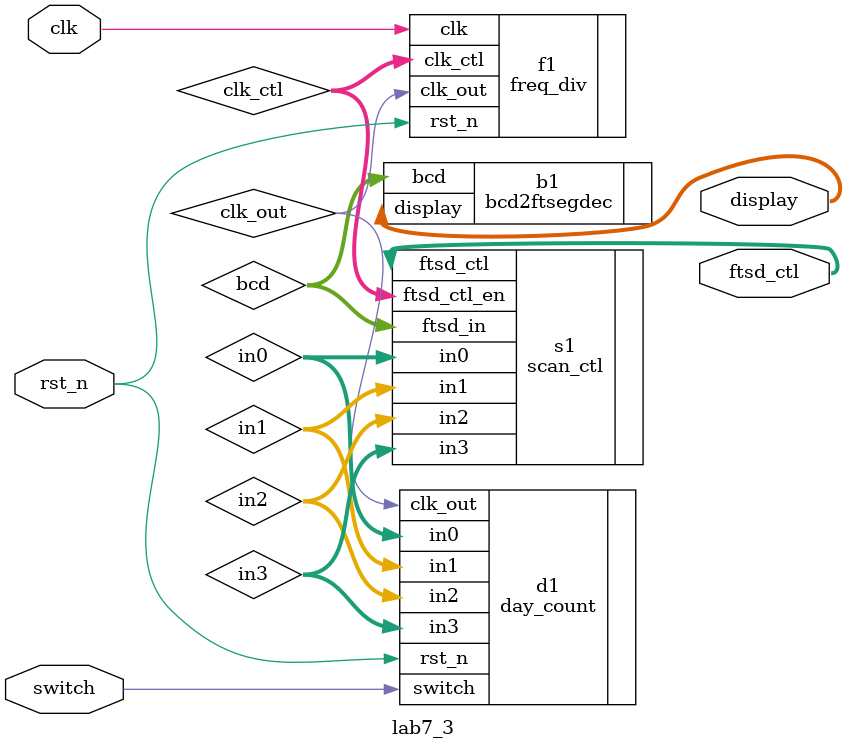
<source format=v>
`timescale 1ns / 1ps
module lab7_3(
	 rst_n,
	 clk,
	 switch,
	 display,
	 ftsd_ctl
    );


input rst_n,clk,switch;
output [14:0] display;
output [3:0] ftsd_ctl;

wire clk_out;
wire [1:0] clk_ctl;
wire [3:0] in0,in1,in2,in3,bcd;

freq_div f1(
	.clk_out(clk_out), // divided clock output  1HZ
	.clk_ctl(clk_ctl), // divided clock output for scan freq
	.clk(clk), // global clock input
	.rst_n(rst_n) // active low reset
	); 
	
day_count d1(
	.in0(in0),
	.in1(in1),
	.in2(in2),
	.in3(in3),
	.clk_out(clk_out),
	.rst_n(rst_n),
	.switch(switch)
    );

scan_ctl s1(
	.ftsd_ctl(ftsd_ctl), // ftsd display control signal 
	.ftsd_in((bcd)), // output to ftsd display
	.in0(in0), // 1st input
	.in1(in1), // 2nd input
	.in2(in2), // 3rd input
	.in3(in3), // 4th input
	.ftsd_ctl_en(clk_ctl) // divided clock for scan control
	); 

bcd2ftsegdec b1(
	.display(display), // 14-segment display output
	.bcd(bcd) // BCD input
	);

endmodule

</source>
